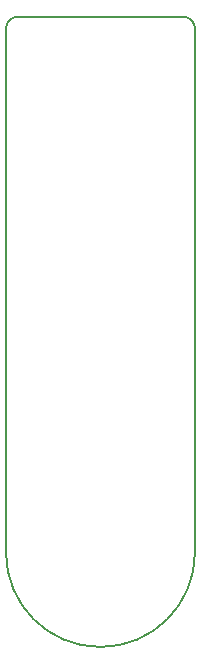
<source format=gbr>
%TF.GenerationSoftware,KiCad,Pcbnew,(6.0.0)*%
%TF.CreationDate,2022-05-16T20:33:28+02:00*%
%TF.ProjectId,rp2040_magslide_controller,72703230-3430-45f6-9d61-67736c696465,rev?*%
%TF.SameCoordinates,Original*%
%TF.FileFunction,Profile,NP*%
%FSLAX46Y46*%
G04 Gerber Fmt 4.6, Leading zero omitted, Abs format (unit mm)*
G04 Created by KiCad (PCBNEW (6.0.0)) date 2022-05-16 20:33:28*
%MOMM*%
%LPD*%
G01*
G04 APERTURE LIST*
%TA.AperFunction,Profile*%
%ADD10C,0.200000*%
%TD*%
G04 APERTURE END LIST*
D10*
X171639997Y-72641757D02*
G75*
G03*
X170639997Y-73641757I-1J-999999D01*
G01*
X186640003Y-73641757D02*
X186640003Y-118000000D01*
X170639997Y-118000000D02*
X170639997Y-73641757D01*
X171639997Y-72641757D02*
X185640003Y-72641757D01*
X186640003Y-73641757D02*
G75*
G03*
X185640003Y-72641757I-999999J1D01*
G01*
X170639997Y-118000000D02*
G75*
G03*
X186640003Y-118000000I8000003J0D01*
G01*
M02*

</source>
